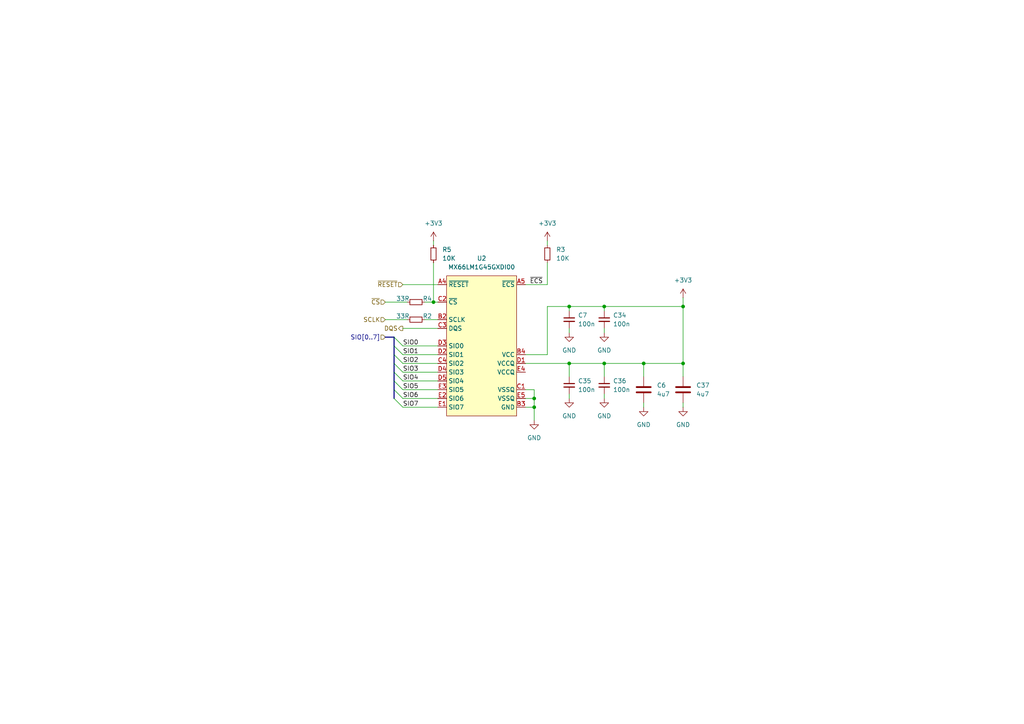
<source format=kicad_sch>
(kicad_sch (version 20231120) (generator "eeschema") (generator_version "8.0")
  (paper "A4")
  (lib_symbols
    (symbol "Device:C" (pin_numbers hide) (pin_names (offset 0.254))
      (property "Reference" "C" (at 0.635 2.54 0))
      (property "Value" "C" (at 0.635 -2.54 0))
      (symbol "C_0_1"
        (polyline (pts (xy -2.032 -0.762) (xy 2.032 -0.762)) (stroke (width 0.508)))
        (polyline (pts (xy -2.032 0.762) (xy 2.032 0.762)) (stroke (width 0.508)))
      )
      (symbol "C_1_1"
        (pin passive line (at 0 3.81 270) (length 2.794) (name "~") (number "1"))
        (pin passive line (at 0 -3.81 90) (length 2.794) (name "~") (number "2"))
      )
    )
    (symbol "Device:C_Small" (pin_numbers hide) (pin_names (offset 0.254) hide)
      (property "Reference" "C" (at 0.254 1.778 0))
      (property "Value" "C_Small" (at 0.254 -2.032 0))
      (symbol "C_Small_0_1"
        (polyline (pts (xy -1.524 -0.508) (xy 1.524 -0.508)) (stroke (width 0.3302)))
        (polyline (pts (xy -1.524 0.508) (xy 1.524 0.508)) (stroke (width 0.3048)))
      )
      (symbol "C_Small_1_1"
        (pin passive line (at 0 2.54 270) (length 2.032) (name "~") (number "1"))
        (pin passive line (at 0 -2.54 90) (length 2.032) (name "~") (number "2"))
      )
    )
    (symbol "Device:R_Small" (pin_numbers hide) (pin_names (offset 0.254) hide)
      (property "Reference" "R" (at 0.762 0.508 0))
      (property "Value" "R_Small" (at 0.762 -1.016 0))
      (symbol "R_Small_0_1"
        (rectangle (start -0.762 1.778) (end 0.762 -1.778) (stroke (width 0.2032)))
      )
      (symbol "R_Small_1_1"
        (pin passive line (at 0 2.54 270) (length 0.762) (name "~") (number "1"))
        (pin passive line (at 0 -2.54 90) (length 0.762) (name "~") (number "2"))
      )
    )
    (symbol "Memory_NOR_FLASH:MX66LM1G45GXDI00"
      (property "Reference" "U" (at 0 24.13 0))
      (property "Value" "MX66LM1G45GXDI00" (at 0 22.098 0))
      (symbol "MX66LM1G45GXDI00_1_1"
        (rectangle (start -10.16 20.32) (end 10.16 -20.32) (fill (type background)))
        (pin no_connect line (at 12.7 15.24 180) (length 2.54) hide (name "NC") (number "A2"))
        (pin no_connect line (at 12.7 12.7 180) (length 2.54) hide (name "NC") (number "A3"))
        (pin input line (at -12.7 17.78 0) (length 2.54) (name "~{RESET}") (number "A4"))
        (pin output line (at 12.7 17.78 180) (length 2.54) (name "~{ECS}") (number "A5"))
        (pin no_connect line (at 12.7 7.62 180) (length 2.54) hide (name "DNU") (number "B1"))
        (pin input line (at -12.7 7.62 0) (length 2.54) (name "SCLK") (number "B2"))
        (pin power_in line (at 12.7 -17.78 180) (length 2.54) (name "GND") (number "B3"))
        (pin power_in line (at 12.7 -2.54 180) (length 2.54) (name "VCC") (number "B4"))
        (pin no_connect line (at 12.7 5.08 180) (length 2.54) hide (name "DNU") (number "B5"))
        (pin power_in line (at 12.7 -12.7 180) (length 2.54) (name "VSSQ") (number "C1"))
        (pin input line (at -12.7 12.7 0) (length 2.54) (name "~{CS}") (number "C2"))
        (pin output line (at -12.7 5.08 0) (length 2.54) (name "DQS") (number "C3"))
        (pin bidirectional line (at -12.7 -5.08 0) (length 2.54) (name "SIO2") (number "C4"))
        (pin no_connect line (at 12.7 10.16 180) (length 2.54) hide (name "NC") (number "C5"))
        (pin power_in line (at 12.7 -5.08 180) (length 2.54) (name "VCCQ") (number "D1"))
        (pin bidirectional line (at -12.7 -2.54 0) (length 2.54) (name "SIO1") (number "D2"))
        (pin bidirectional line (at -12.7 0 0) (length 2.54) (name "SIO0") (number "D3"))
        (pin bidirectional line (at -12.7 -7.62 0) (length 2.54) (name "SIO3") (number "D4"))
        (pin bidirectional line (at -12.7 -10.16 0) (length 2.54) (name "SIO4") (number "D5"))
        (pin bidirectional line (at -12.7 -17.78 0) (length 2.54) (name "SIO7") (number "E1"))
        (pin bidirectional line (at -12.7 -15.24 0) (length 2.54) (name "SIO6") (number "E2"))
        (pin bidirectional line (at -12.7 -12.7 0) (length 2.54) (name "SIO5") (number "E3"))
        (pin power_in line (at 12.7 -7.62 180) (length 2.54) (name "VCCQ") (number "E4"))
        (pin power_in line (at 12.7 -15.24 180) (length 2.54) (name "VSSQ") (number "E5"))
      )
    )
    (symbol "power:+3V3" (power) (pin_numbers hide) (pin_names (offset 0) hide)
      (property "Value" "+3V3" (at 0 3.556 0))
      (symbol "+3V3_0_1"
        (polyline (pts (xy -0.762 1.27) (xy 0 2.54)))
        (polyline (pts (xy 0 0) (xy 0 2.54)))
        (polyline (pts (xy 0 2.54) (xy 0.762 1.27)))
      )
      (symbol "+3V3_1_1"
        (pin power_in line (at 0 0 90) (length 0) (name "~") (number "1"))
      )
    )
    (symbol "power:GND" (power) (pin_numbers hide) (pin_names (offset 0) hide)
      (property "Value" "GND" (at 0 -3.81 0))
      (symbol "GND_0_1"
        (polyline (pts (xy 0 0) (xy 0 -1.27) (xy 1.27 -1.27) (xy 0 -2.54) (xy -1.27 -1.27) (xy 0 -1.27)))
      )
      (symbol "GND_1_1"
        (pin power_in line (at 0 0 270) (length 0) (name "~") (number "1"))
      )
    )
  )
  (junction (at 175.26 105.41))
  (junction (at 165.1 88.9))
  (junction (at 198.12 105.41))
  (junction (at 186.69 105.41))
  (junction (at 198.12 88.9))
  (junction (at 165.1 105.41))
  (junction (at 154.94 115.57))
  (junction (at 125.73 87.63))
  (junction (at 154.94 118.11))
  (junction (at 175.26 88.9))
  (bus_entry (at 114.3 102.87) (size 2.54 2.54))
  (bus_entry (at 114.3 110.49) (size 2.54 2.54))
  (bus_entry (at 114.3 107.95) (size 2.54 2.54))
  (bus_entry (at 114.3 97.79) (size 2.54 2.54))
  (bus_entry (at 114.3 115.57) (size 2.54 2.54))
  (bus_entry (at 114.3 113.03) (size 2.54 2.54))
  (bus_entry (at 114.3 100.33) (size 2.54 2.54))
  (bus_entry (at 114.3 105.41) (size 2.54 2.54))
  (wire (pts (xy 116.84 102.87) (xy 127 102.87)))
  (wire (pts (xy 125.73 69.85) (xy 125.73 71.12)))
  (wire (pts (xy 154.94 113.03) (xy 154.94 115.57)))
  (wire (pts (xy 111.76 87.63) (xy 118.11 87.63)))
  (wire (pts (xy 152.4 118.11) (xy 154.94 118.11)))
  (wire (pts (xy 186.69 118.11) (xy 186.69 116.84)))
  (wire (pts (xy 198.12 118.11) (xy 198.12 116.84)))
  (bus (pts (xy 114.3 110.49) (xy 114.3 113.03)))
  (wire (pts (xy 111.76 92.71) (xy 118.11 92.71)))
  (wire (pts (xy 186.69 109.22) (xy 186.69 105.41)))
  (wire (pts (xy 116.84 105.41) (xy 127 105.41)))
  (wire (pts (xy 116.84 110.49) (xy 127 110.49)))
  (wire (pts (xy 154.94 118.11) (xy 154.94 121.92)))
  (wire (pts (xy 152.4 82.55) (xy 158.75 82.55)))
  (wire (pts (xy 152.4 115.57) (xy 154.94 115.57)))
  (wire (pts (xy 116.84 82.55) (xy 127 82.55)))
  (wire (pts (xy 116.84 118.11) (xy 127 118.11)))
  (wire (pts (xy 116.84 113.03) (xy 127 113.03)))
  (wire (pts (xy 198.12 88.9) (xy 198.12 105.41)))
  (wire (pts (xy 123.19 87.63) (xy 125.73 87.63)))
  (wire (pts (xy 158.75 69.85) (xy 158.75 71.12)))
  (bus (pts (xy 114.3 105.41) (xy 114.3 107.95)))
  (wire (pts (xy 198.12 105.41) (xy 198.12 109.22)))
  (wire (pts (xy 165.1 105.41) (xy 175.26 105.41)))
  (bus (pts (xy 111.76 97.79) (xy 114.3 97.79)))
  (wire (pts (xy 175.26 88.9) (xy 175.26 90.17)))
  (wire (pts (xy 175.26 96.52) (xy 175.26 95.25)))
  (wire (pts (xy 175.26 105.41) (xy 175.26 109.22)))
  (bus (pts (xy 114.3 113.03) (xy 114.3 115.57)))
  (wire (pts (xy 198.12 86.36) (xy 198.12 88.9)))
  (wire (pts (xy 152.4 113.03) (xy 154.94 113.03)))
  (bus (pts (xy 114.3 102.87) (xy 114.3 105.41)))
  (wire (pts (xy 125.73 76.2) (xy 125.73 87.63)))
  (bus (pts (xy 114.3 100.33) (xy 114.3 102.87)))
  (wire (pts (xy 152.4 105.41) (xy 165.1 105.41)))
  (wire (pts (xy 116.84 107.95) (xy 127 107.95)))
  (wire (pts (xy 165.1 88.9) (xy 175.26 88.9)))
  (wire (pts (xy 116.84 100.33) (xy 127 100.33)))
  (bus (pts (xy 114.3 107.95) (xy 114.3 110.49)))
  (wire (pts (xy 175.26 115.57) (xy 175.26 114.3)))
  (wire (pts (xy 152.4 102.87) (xy 158.75 102.87)))
  (wire (pts (xy 158.75 88.9) (xy 165.1 88.9)))
  (wire (pts (xy 116.84 115.57) (xy 127 115.57)))
  (wire (pts (xy 125.73 87.63) (xy 127 87.63)))
  (wire (pts (xy 175.26 88.9) (xy 198.12 88.9)))
  (wire (pts (xy 165.1 96.52) (xy 165.1 95.25)))
  (wire (pts (xy 186.69 105.41) (xy 198.12 105.41)))
  (wire (pts (xy 116.84 95.25) (xy 127 95.25)))
  (wire (pts (xy 154.94 115.57) (xy 154.94 118.11)))
  (bus (pts (xy 114.3 97.79) (xy 114.3 100.33)))
  (wire (pts (xy 165.1 115.57) (xy 165.1 114.3)))
  (wire (pts (xy 175.26 105.41) (xy 186.69 105.41)))
  (wire (pts (xy 158.75 88.9) (xy 158.75 102.87)))
  (wire (pts (xy 158.75 76.2) (xy 158.75 82.55)))
  (wire (pts (xy 165.1 105.41) (xy 165.1 109.22)))
  (wire (pts (xy 165.1 88.9) (xy 165.1 90.17)))
  (wire (pts (xy 123.19 92.71) (xy 127 92.71)))
  (label "SIO6" (at 116.84 115.57 0))
  (label "~{ECS}" (at 157.48 82.55 180))
  (label "SIO5" (at 116.84 113.03 0))
  (label "SIO3" (at 116.84 107.95 0))
  (label "SIO0" (at 116.84 100.33 0))
  (label "SIO4" (at 116.84 110.49 0))
  (label "SIO1" (at 116.84 102.87 0))
  (label "SIO7" (at 116.84 118.11 0))
  (label "SIO2" (at 116.84 105.41 0))
  (hierarchical_label "SCLK" (shape input) (at 111.76 92.71 180))
  (hierarchical_label "DQS" (shape output) (at 116.84 95.25 180))
  (hierarchical_label "SIO[0..7]" (shape input) (at 111.76 97.79 180))
  (hierarchical_label "~{RESET}" (shape input) (at 116.84 82.55 180))
  (hierarchical_label "~{CS}" (shape input) (at 111.76 87.63 180))
  (symbol (lib_id "power:+3V3") (at 125.73 69.85 0) (unit 1)
    (property "Reference" "#PWR039" (effects (hide yes)))
    (property "Value" "+3V3" (at 125.73 64.77 0))
    (property "Description" "Power symbol creates a global label with name \"+3V3\"" (effects (hide yes)))
  )
  (symbol (lib_id "Device:R_Small") (at 120.65 87.63 90) (unit 1)
    (property "Reference" "R4" (at 123.952 86.614 90))
    (property "Value" "33R" (at 116.84 86.614 90))
    (property "Footprint" "Resistor_SMD:R_0402_1005Metric" (effects (hide yes)))
    (property "Description" "Resistor, small symbol" (effects (hide yes)))
  )
  (symbol (lib_id "Device:C_Small") (at 165.1 111.76 0) (unit 1)
    (property "Reference" "C35" (at 167.64 110.4962 0) (effects (justify left)))
    (property "Value" "100n" (at 167.64 113.0362 0) (effects (justify left)))
    (property "Footprint" "Capacitor_SMD:C_0402_1005Metric" (effects (hide yes)))
    (property "Description" "Unpolarized capacitor, small symbol" (effects (hide yes)))
  )
  (symbol (lib_id "power:GND") (at 175.26 96.52 0) (unit 1)
    (property "Reference" "#PWR033" (effects (hide yes)))
    (property "Value" "GND" (at 175.26 101.6 0))
    (property "Description" "Power symbol creates a global label with name \"GND\" , ground" (effects (hide yes)))
  )
  (symbol (lib_id "Device:R_Small") (at 120.65 92.71 90) (unit 1)
    (property "Reference" "R2" (at 123.952 91.694 90))
    (property "Value" "33R" (at 116.84 91.694 90))
    (property "Footprint" "Resistor_SMD:R_0402_1005Metric" (effects (hide yes)))
    (property "Description" "Resistor, small symbol" (effects (hide yes)))
  )
  (symbol (lib_id "Device:R_Small") (at 158.75 73.66 0) (unit 1)
    (property "Reference" "R3" (at 161.29 72.3899 0) (effects (justify left)))
    (property "Value" "10K" (at 161.29 74.9299 0) (effects (justify left)))
    (property "Footprint" "Resistor_SMD:R_0402_1005Metric" (effects (hide yes)))
    (property "Description" "Resistor, small symbol" (effects (hide yes)))
  )
  (symbol (lib_id "Device:C_Small") (at 175.26 92.71 0) (unit 1)
    (property "Reference" "C34" (at 177.8 91.4462 0) (effects (justify left)))
    (property "Value" "100n" (at 177.8 93.9862 0) (effects (justify left)))
    (property "Footprint" "Capacitor_SMD:C_0402_1005Metric" (effects (hide yes)))
    (property "Description" "Unpolarized capacitor, small symbol" (effects (hide yes)))
  )
  (symbol (lib_id "power:+3V3") (at 198.12 86.36 0) (unit 1)
    (property "Reference" "#PWR037" (effects (hide yes)))
    (property "Value" "+3V3" (at 198.12 81.28 0))
    (property "Description" "Power symbol creates a global label with name \"+3V3\"" (effects (hide yes)))
  )
  (symbol (lib_id "power:GND") (at 165.1 96.52 0) (unit 1)
    (property "Reference" "#PWR031" (effects (hide yes)))
    (property "Value" "GND" (at 165.1 101.6 0))
    (property "Description" "Power symbol creates a global label with name \"GND\" , ground" (effects (hide yes)))
  )
  (symbol (lib_id "Device:C") (at 186.69 113.03 0) (unit 1)
    (property "Reference" "C6" (at 190.5 111.7599 0) (effects (justify left)))
    (property "Value" "4u7" (at 190.5 114.2999 0) (effects (justify left)))
    (property "Footprint" "Capacitor_SMD:C_0603_1608Metric" (effects (hide yes)))
    (property "Description" "Unpolarized capacitor" (effects (hide yes)))
  )
  (symbol (lib_id "power:GND") (at 198.12 118.11 0) (unit 1)
    (property "Reference" "#PWR036" (effects (hide yes)))
    (property "Value" "GND" (at 198.12 123.19 0))
    (property "Description" "Power symbol creates a global label with name \"GND\" , ground" (effects (hide yes)))
  )
  (symbol (lib_id "Memory_NOR_FLASH:MX66LM1G45GXDI00") (at 139.7 100.33 0) (unit 1)
    (property "Reference" "U2" (at 139.7 74.93 0))
    (property "Value" "MX66LM1G45GXDI00" (at 139.7 77.47 0))
    (property "Footprint" "Button_Switch_SMD:SW_DIP_SPSTx12_Slide_6.7x32.04mm_W8.61mm_P2.54mm_LowProfile" (effects (hide yes)))
  )
  (symbol (lib_id "power:GND") (at 165.1 115.57 0) (unit 1)
    (property "Reference" "#PWR034" (effects (hide yes)))
    (property "Value" "GND" (at 165.1 120.65 0))
    (property "Description" "Power symbol creates a global label with name \"GND\" , ground" (effects (hide yes)))
  )
  (symbol (lib_id "Device:C_Small") (at 175.26 111.76 0) (unit 1)
    (property "Reference" "C36" (at 177.8 110.4962 0) (effects (justify left)))
    (property "Value" "100n" (at 177.8 113.0362 0) (effects (justify left)))
    (property "Footprint" "Capacitor_SMD:C_0402_1005Metric" (effects (hide yes)))
    (property "Description" "Unpolarized capacitor, small symbol" (effects (hide yes)))
  )
  (symbol (lib_id "Device:R_Small") (at 125.73 73.66 0) (unit 1)
    (property "Reference" "R5" (at 128.27 72.3899 0) (effects (justify left)))
    (property "Value" "10K" (at 128.27 74.9299 0) (effects (justify left)))
    (property "Footprint" "Resistor_SMD:R_0402_1005Metric" (effects (hide yes)))
    (property "Description" "Resistor, small symbol" (effects (hide yes)))
  )
  (symbol (lib_id "power:+3V3") (at 158.75 69.85 0) (unit 1)
    (property "Reference" "#PWR038" (effects (hide yes)))
    (property "Value" "+3V3" (at 158.75 64.77 0))
    (property "Description" "Power symbol creates a global label with name \"+3V3\"" (effects (hide yes)))
  )
  (symbol (lib_id "power:GND") (at 175.26 115.57 0) (unit 1)
    (property "Reference" "#PWR035" (effects (hide yes)))
    (property "Value" "GND" (at 175.26 120.65 0))
    (property "Description" "Power symbol creates a global label with name \"GND\" , ground" (effects (hide yes)))
  )
  (symbol (lib_id "Device:C") (at 198.12 113.03 0) (unit 1)
    (property "Reference" "C37" (at 201.93 111.7599 0) (effects (justify left)))
    (property "Value" "4u7" (at 201.93 114.2999 0) (effects (justify left)))
    (property "Footprint" "Capacitor_SMD:C_0603_1608Metric" (effects (hide yes)))
    (property "Description" "Unpolarized capacitor" (effects (hide yes)))
  )
  (symbol (lib_id "power:GND") (at 154.94 121.92 0) (unit 1)
    (property "Reference" "#PWR030" (effects (hide yes)))
    (property "Value" "GND" (at 154.94 127 0))
    (property "Description" "Power symbol creates a global label with name \"GND\" , ground" (effects (hide yes)))
  )
  (symbol (lib_id "power:GND") (at 186.69 118.11 0) (unit 1)
    (property "Reference" "#PWR032" (effects (hide yes)))
    (property "Value" "GND" (at 186.69 123.19 0))
    (property "Description" "Power symbol creates a global label with name \"GND\" , ground" (effects (hide yes)))
  )
  (symbol (lib_id "Device:C_Small") (at 165.1 92.71 0) (unit 1)
    (property "Reference" "C7" (at 167.64 91.4462 0) (effects (justify left)))
    (property "Value" "100n" (at 167.64 93.9862 0) (effects (justify left)))
    (property "Footprint" "Capacitor_SMD:C_0402_1005Metric" (effects (hide yes)))
    (property "Description" "Unpolarized capacitor, small symbol" (effects (hide yes)))
  )
)
</source>
